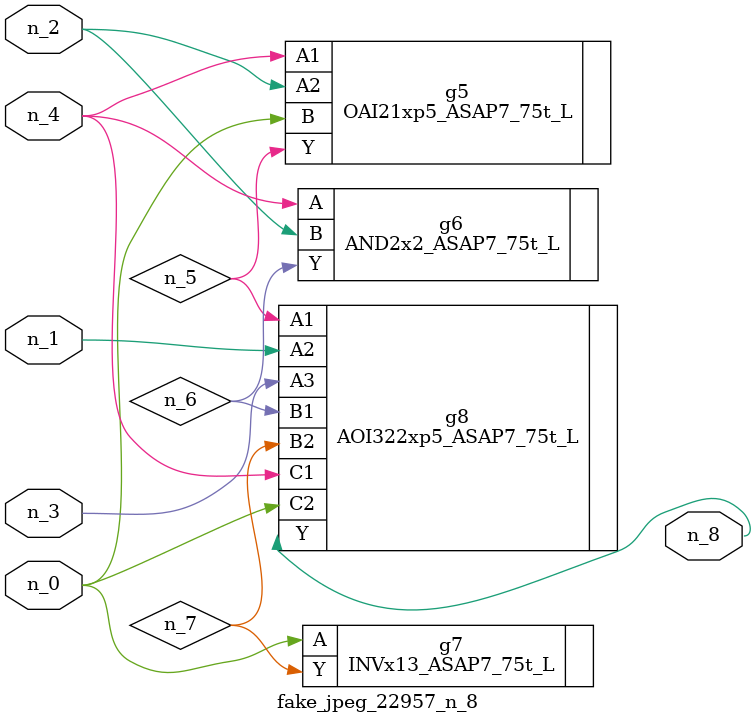
<source format=v>
module fake_jpeg_22957_n_8 (n_3, n_2, n_1, n_0, n_4, n_8);

input n_3;
input n_2;
input n_1;
input n_0;
input n_4;

output n_8;

wire n_6;
wire n_5;
wire n_7;

OAI21xp5_ASAP7_75t_L g5 ( 
.A1(n_4),
.A2(n_2),
.B(n_0),
.Y(n_5)
);

AND2x2_ASAP7_75t_L g6 ( 
.A(n_4),
.B(n_2),
.Y(n_6)
);

INVx13_ASAP7_75t_L g7 ( 
.A(n_0),
.Y(n_7)
);

AOI322xp5_ASAP7_75t_L g8 ( 
.A1(n_5),
.A2(n_1),
.A3(n_3),
.B1(n_6),
.B2(n_7),
.C1(n_4),
.C2(n_0),
.Y(n_8)
);


endmodule
</source>
